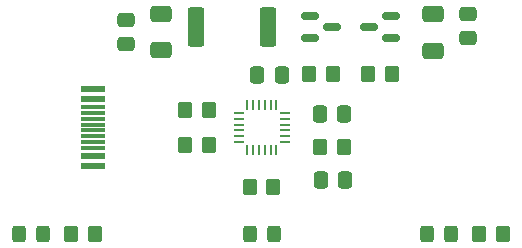
<source format=gtp>
%TF.GenerationSoftware,KiCad,Pcbnew,8.0.4*%
%TF.CreationDate,2025-01-07T17:55:23+00:00*%
%TF.ProjectId,ap3372s_usbpd,61703333-3732-4735-9f75-736270642e6b,rev?*%
%TF.SameCoordinates,Original*%
%TF.FileFunction,Paste,Top*%
%TF.FilePolarity,Positive*%
%FSLAX46Y46*%
G04 Gerber Fmt 4.6, Leading zero omitted, Abs format (unit mm)*
G04 Created by KiCad (PCBNEW 8.0.4) date 2025-01-07 17:55:23*
%MOMM*%
%LPD*%
G01*
G04 APERTURE LIST*
G04 Aperture macros list*
%AMRoundRect*
0 Rectangle with rounded corners*
0 $1 Rounding radius*
0 $2 $3 $4 $5 $6 $7 $8 $9 X,Y pos of 4 corners*
0 Add a 4 corners polygon primitive as box body*
4,1,4,$2,$3,$4,$5,$6,$7,$8,$9,$2,$3,0*
0 Add four circle primitives for the rounded corners*
1,1,$1+$1,$2,$3*
1,1,$1+$1,$4,$5*
1,1,$1+$1,$6,$7*
1,1,$1+$1,$8,$9*
0 Add four rect primitives between the rounded corners*
20,1,$1+$1,$2,$3,$4,$5,0*
20,1,$1+$1,$4,$5,$6,$7,0*
20,1,$1+$1,$6,$7,$8,$9,0*
20,1,$1+$1,$8,$9,$2,$3,0*%
G04 Aperture macros list end*
%ADD10RoundRect,0.150000X0.587500X0.150000X-0.587500X0.150000X-0.587500X-0.150000X0.587500X-0.150000X0*%
%ADD11RoundRect,0.250000X-0.650000X0.412500X-0.650000X-0.412500X0.650000X-0.412500X0.650000X0.412500X0*%
%ADD12RoundRect,0.250000X-0.475000X0.337500X-0.475000X-0.337500X0.475000X-0.337500X0.475000X0.337500X0*%
%ADD13RoundRect,0.250000X-0.350000X-0.450000X0.350000X-0.450000X0.350000X0.450000X-0.350000X0.450000X0*%
%ADD14RoundRect,0.250000X-0.325000X-0.450000X0.325000X-0.450000X0.325000X0.450000X-0.325000X0.450000X0*%
%ADD15RoundRect,0.250000X0.350000X0.450000X-0.350000X0.450000X-0.350000X-0.450000X0.350000X-0.450000X0*%
%ADD16RoundRect,0.250000X0.337500X0.475000X-0.337500X0.475000X-0.337500X-0.475000X0.337500X-0.475000X0*%
%ADD17RoundRect,0.249999X-0.450001X-1.425001X0.450001X-1.425001X0.450001X1.425001X-0.450001X1.425001X0*%
%ADD18RoundRect,0.250000X-0.337500X-0.475000X0.337500X-0.475000X0.337500X0.475000X-0.337500X0.475000X0*%
%ADD19RoundRect,0.150000X-0.587500X-0.150000X0.587500X-0.150000X0.587500X0.150000X-0.587500X0.150000X0*%
%ADD20RoundRect,0.062500X-0.350000X-0.062500X0.350000X-0.062500X0.350000X0.062500X-0.350000X0.062500X0*%
%ADD21RoundRect,0.062500X-0.062500X-0.350000X0.062500X-0.350000X0.062500X0.350000X-0.062500X0.350000X0*%
%ADD22R,2.000000X0.600000*%
%ADD23R,2.000000X0.300000*%
G04 APERTURE END LIST*
D10*
%TO.C,Q2*%
X83437500Y-54450000D03*
X83437500Y-52550000D03*
X81562500Y-53500000D03*
%TD*%
D11*
%TO.C,C9*%
X64000000Y-52350000D03*
X64000000Y-55475000D03*
%TD*%
D12*
%TO.C,C14*%
X90000000Y-52370000D03*
X90000000Y-54445000D03*
%TD*%
D13*
%TO.C,R12*%
X81500000Y-57500000D03*
X83500000Y-57500000D03*
%TD*%
D11*
%TO.C,C13*%
X87000000Y-52370000D03*
X87000000Y-55495000D03*
%TD*%
D14*
%TO.C,D3*%
X51975000Y-71000000D03*
X54025000Y-71000000D03*
%TD*%
%TO.C,D5*%
X86475000Y-71000000D03*
X88525000Y-71000000D03*
%TD*%
D12*
%TO.C,C8*%
X61000000Y-52875000D03*
X61000000Y-54950000D03*
%TD*%
D13*
%TO.C,R14*%
X71500000Y-67050000D03*
X73500000Y-67050000D03*
%TD*%
D15*
%TO.C,R10*%
X58400000Y-71000000D03*
X56400000Y-71000000D03*
%TD*%
D13*
%TO.C,R9*%
X66000000Y-63500000D03*
X68000000Y-63500000D03*
%TD*%
D16*
%TO.C,C11*%
X74200000Y-57540000D03*
X72125000Y-57540000D03*
%TD*%
D14*
%TO.C,D4*%
X71475000Y-71000000D03*
X73525000Y-71000000D03*
%TD*%
D17*
%TO.C,R11*%
X66950000Y-53500000D03*
X73050000Y-53500000D03*
%TD*%
D15*
%TO.C,R15*%
X92900000Y-71000000D03*
X90900000Y-71000000D03*
%TD*%
D18*
%TO.C,C10*%
X77485000Y-66440000D03*
X79560000Y-66440000D03*
%TD*%
D13*
%TO.C,TH1*%
X77450000Y-63670000D03*
X79450000Y-63670000D03*
%TD*%
D19*
%TO.C,Q1*%
X76562500Y-52550000D03*
X76562500Y-54450000D03*
X78437500Y-53500000D03*
%TD*%
D13*
%TO.C,R8*%
X66000000Y-60500000D03*
X68000000Y-60500000D03*
%TD*%
%TO.C,R13*%
X76500000Y-57500000D03*
X78500000Y-57500000D03*
%TD*%
D18*
%TO.C,C12*%
X77425000Y-60850000D03*
X79500000Y-60850000D03*
%TD*%
D20*
%TO.C,U2*%
X70562500Y-60750000D03*
X70562500Y-61250000D03*
X70562500Y-61750000D03*
X70562500Y-62250000D03*
X70562500Y-62750000D03*
X70562500Y-63250000D03*
D21*
X71250000Y-63937500D03*
X71750000Y-63937500D03*
X72250000Y-63937500D03*
X72750000Y-63937500D03*
X73250000Y-63937500D03*
X73750000Y-63937500D03*
D20*
X74437500Y-63250000D03*
X74437500Y-62750000D03*
X74437500Y-62250000D03*
X74437500Y-61750000D03*
X74437500Y-61250000D03*
X74437500Y-60750000D03*
D21*
X73750000Y-60062500D03*
X73250000Y-60062500D03*
X72750000Y-60062500D03*
X72250000Y-60062500D03*
X71750000Y-60062500D03*
X71250000Y-60062500D03*
%TD*%
D22*
%TO.C,J8*%
X58206500Y-58750000D03*
X58206500Y-59550000D03*
D23*
X58206500Y-60750000D03*
X58206500Y-61750000D03*
X58206500Y-62250000D03*
X58206500Y-63250000D03*
D22*
X58206500Y-64450000D03*
X58206500Y-65250000D03*
X58206500Y-65250000D03*
X58206500Y-64450000D03*
D23*
X58206500Y-63750000D03*
X58206500Y-62750000D03*
X58206500Y-61250000D03*
X58206500Y-60250000D03*
D22*
X58206500Y-59550000D03*
X58206500Y-58750000D03*
%TD*%
M02*

</source>
